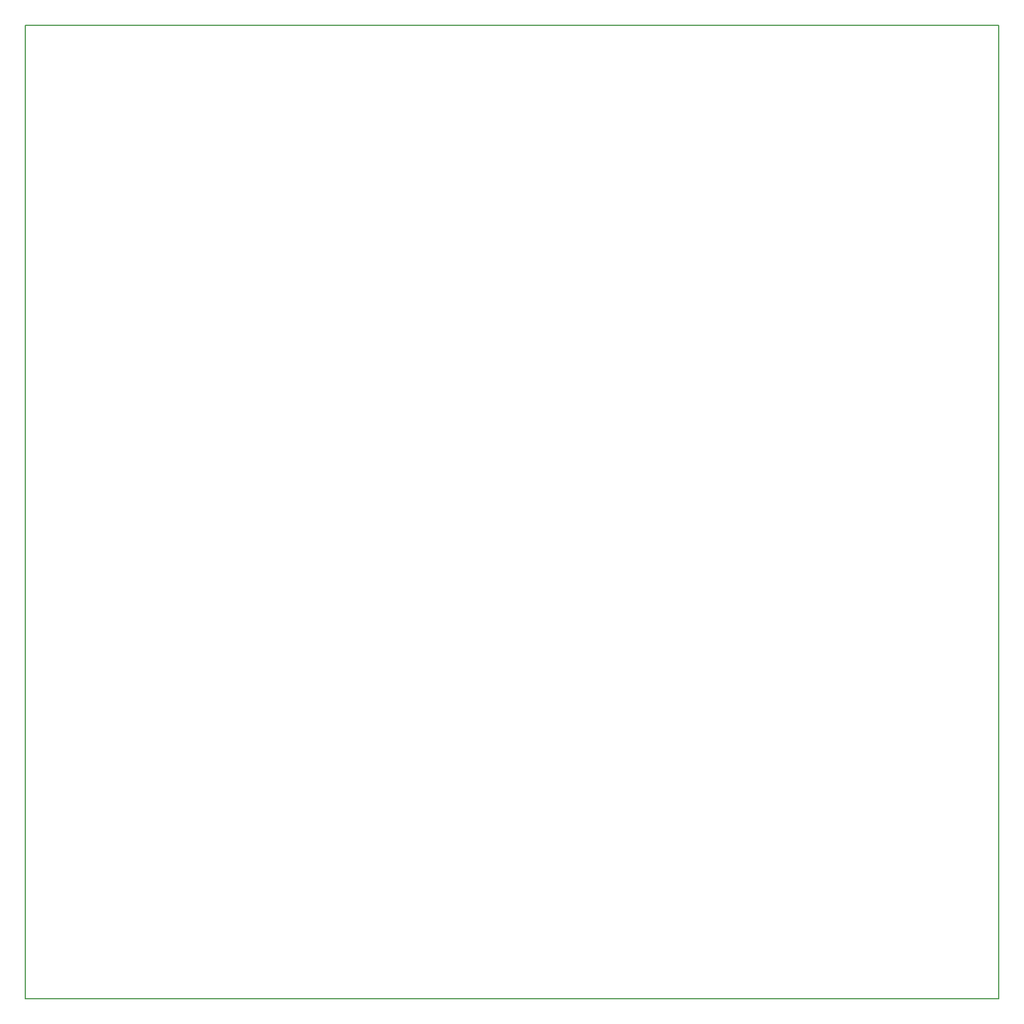
<source format=gbr>
G04 PROTEUS GERBER X2 FILE*
%TF.GenerationSoftware,Labcenter,Proteus,8.6-SP2-Build23525*%
%TF.CreationDate,2019-09-23T20:59:54+00:00*%
%TF.FileFunction,NonPlated,1,2,NPTH*%
%TF.FilePolarity,Positive*%
%TF.Part,Single*%
%FSLAX45Y45*%
%MOMM*%
G01*
%TA.AperFunction,Profile*%
%ADD14C,0.203200*%
%TD.AperFunction*%
D14*
X-13000000Y-3500000D02*
X+2000000Y-3500000D01*
X+2000000Y+11500000D01*
X-13000000Y+11500000D01*
X-13000000Y-3500000D01*
M02*

</source>
